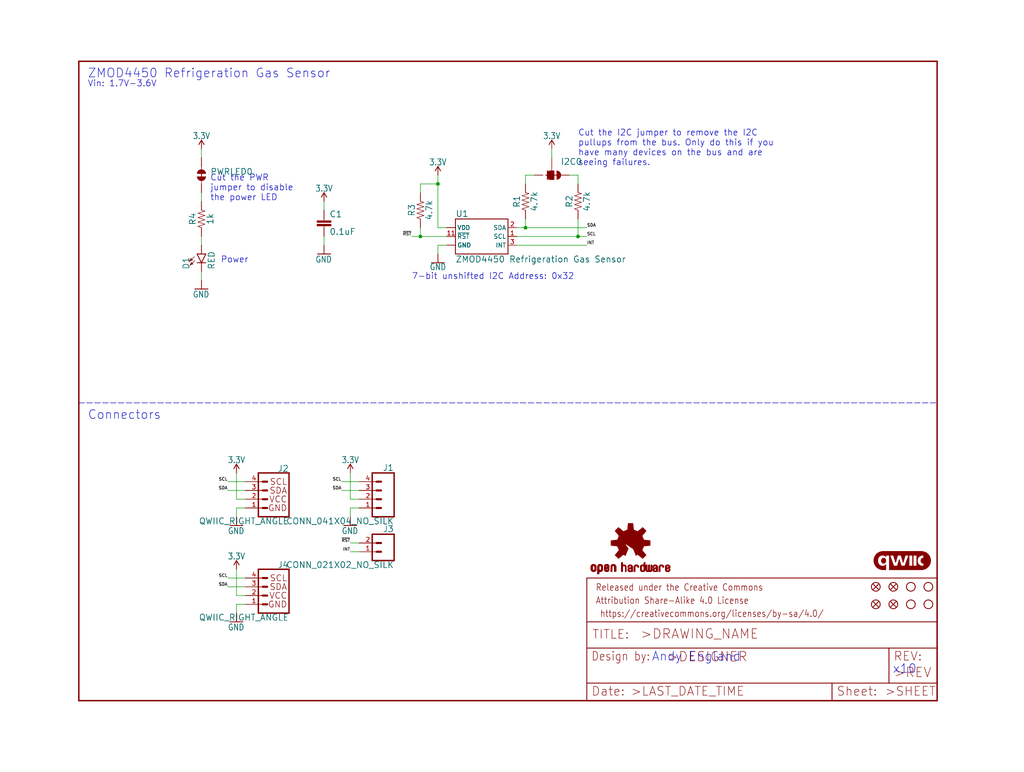
<source format=kicad_sch>
(kicad_sch (version 20211123) (generator eeschema)
  (paper "User" 297.002 223.926)
  (lib_symbols
    (symbol "eagleSchem-eagle-import:0.1UF-0603-25V-(+80{slash}-20%)"
      (property "Reference" "C" (at 1.524 2.921 0))
      (property "Value" "0.1UF-0603-25V-(+80{slash}-20%)" (at 1.524 -2.159 0))
      (symbol "0.1UF-0603-25V-(+80{slash}-20%)_1_0"
        (pin passive line (at 0 5.08 270) (length 2.54) (name "1") (number "1"))
        (pin passive line (at 0 -2.54 90) (length 2.54) (name "2") (number "2"))
      )
    )
    (symbol "eagleSchem-eagle-import:1KOHM-0603-1{slash}10W-1%"
      (property "Reference" "R" (at 0 1.524 0))
      (property "Value" "1KOHM-0603-1{slash}10W-1%" (at 0 -1.524 0))
      (symbol "1KOHM-0603-1{slash}10W-1%_1_0"
        (pin passive line (at -5.08 0 0) (length 2.54) (name "1") (number "1"))
        (pin passive line (at 5.08 0 180) (length 2.54) (name "2") (number "2"))
      )
    )
    (symbol "eagleSchem-eagle-import:3.3V" (power)
      (property "Value" "3.3V" (at 0 2.794 0))
      (symbol "3.3V_1_0"
        (pin power_in line (at 0 0 90) (length 2.54) (name "3.3V") (number "1"))
      )
    )
    (symbol "eagleSchem-eagle-import:4.7KOHM-0603-1{slash}10W-1%"
      (property "Reference" "R" (at 0 1.524 0))
      (property "Value" "4.7KOHM-0603-1{slash}10W-1%" (at 0 -1.524 0))
      (symbol "4.7KOHM-0603-1{slash}10W-1%_1_0"
        (pin passive line (at -5.08 0 0) (length 2.54) (name "1") (number "1"))
        (pin passive line (at 5.08 0 180) (length 2.54) (name "2") (number "2"))
      )
    )
    (symbol "eagleSchem-eagle-import:CONN_021X02_NO_SILK"
      (property "Reference" "J" (at -2.54 5.588 0))
      (property "Value" "CONN_021X02_NO_SILK" (at -2.54 -4.826 0))
      (symbol "CONN_021X02_NO_SILK_1_0"
        (pin passive line (at 7.62 0 180) (length 5.08) (name "1") (number "1"))
        (pin passive line (at 7.62 2.54 180) (length 5.08) (name "2") (number "2"))
      )
    )
    (symbol "eagleSchem-eagle-import:CONN_041X04_NO_SILK"
      (property "Reference" "J" (at -5.08 8.128 0))
      (property "Value" "CONN_041X04_NO_SILK" (at -5.08 -7.366 0))
      (symbol "CONN_041X04_NO_SILK_1_0"
        (pin passive line (at 5.08 -2.54 180) (length 5.08) (name "1") (number "1"))
        (pin passive line (at 5.08 0 180) (length 5.08) (name "2") (number "2"))
        (pin passive line (at 5.08 2.54 180) (length 5.08) (name "3") (number "3"))
        (pin passive line (at 5.08 5.08 180) (length 5.08) (name "4") (number "4"))
      )
    )
    (symbol "eagleSchem-eagle-import:FIDUCIALUFIDUCIAL")
    (symbol "eagleSchem-eagle-import:FRAME-LETTER"
      (symbol "FRAME-LETTER_2_0"
        (text " https://creativecommons.org/licenses/by-sa/4.0/" (at 2.54 24.13 0) (effects (font (size 1.9304 1.6408)) (justify left bottom)))
        (text ">DESIGNER" (at 23.114 11.176 0) (effects (font (size 2.7432 2.7432)) (justify left bottom)))
        (text ">DRAWING_NAME" (at 15.494 17.78 0) (effects (font (size 2.7432 2.7432)) (justify left bottom)))
        (text ">LAST_DATE_TIME" (at 12.7 1.27 0) (effects (font (size 2.54 2.54)) (justify left bottom)))
        (text ">REV" (at 88.9 6.604 0) (effects (font (size 2.7432 2.7432)) (justify left bottom)))
        (text ">SHEET" (at 86.36 1.27 0) (effects (font (size 2.54 2.54)) (justify left bottom)))
        (text "Attribution Share-Alike 4.0 License" (at 2.54 27.94 0) (effects (font (size 1.9304 1.6408)) (justify left bottom)))
        (text "Date:" (at 1.27 1.27 0) (effects (font (size 2.54 2.54)) (justify left bottom)))
        (text "Design by:" (at 1.27 11.43 0) (effects (font (size 2.54 2.159)) (justify left bottom)))
        (text "Released under the Creative Commons" (at 2.54 31.75 0) (effects (font (size 1.9304 1.6408)) (justify left bottom)))
        (text "REV:" (at 88.9 11.43 0) (effects (font (size 2.54 2.54)) (justify left bottom)))
        (text "Sheet:" (at 72.39 1.27 0) (effects (font (size 2.54 2.54)) (justify left bottom)))
        (text "TITLE:" (at 1.524 17.78 0) (effects (font (size 2.54 2.54)) (justify left bottom)))
      )
    )
    (symbol "eagleSchem-eagle-import:GND" (power)
      (property "Value" "GND" (at -2.54 -2.54 0))
      (symbol "GND_1_0"
        (pin power_in line (at 0 2.54 270) (length 2.54) (name "GND") (number "1"))
      )
    )
    (symbol "eagleSchem-eagle-import:JUMPER-SMT_2_NC_TRACE_SILK"
      (property "Reference" "JP" (at -2.54 2.54 0))
      (property "Value" "JUMPER-SMT_2_NC_TRACE_SILK" (at -2.54 -2.54 0))
      (symbol "JUMPER-SMT_2_NC_TRACE_SILK_1_0"
        (pin passive line (at -5.08 0 0) (length 2.54) (name "1") (number "1"))
        (pin passive line (at 5.08 0 180) (length 2.54) (name "2") (number "2"))
      )
    )
    (symbol "eagleSchem-eagle-import:JUMPER-SMT_3_2-NC_TRACE_SILK"
      (property "Reference" "JP" (at 2.54 0.381 0))
      (property "Value" "JUMPER-SMT_3_2-NC_TRACE_SILK" (at 2.54 -0.381 0))
      (symbol "JUMPER-SMT_3_2-NC_TRACE_SILK_1_0"
        (pin passive line (at 0 5.08 270) (length 2.54) (name "1") (number "1"))
        (pin passive line (at -5.08 0 0) (length 2.54) (name "2") (number "2"))
        (pin passive line (at 0 -5.08 90) (length 2.54) (name "3") (number "3"))
      )
    )
    (symbol "eagleSchem-eagle-import:LED-RED0603"
      (property "Reference" "D" (at -3.429 -4.572 90))
      (property "Value" "LED-RED0603" (at 1.905 -4.572 90))
      (symbol "LED-RED0603_1_0"
        (pin passive line (at 0 2.54 270) (length 2.54) (name "A") (number "A"))
        (pin passive line (at 0 -5.08 90) (length 2.54) (name "C") (number "C"))
      )
    )
    (symbol "eagleSchem-eagle-import:OSHW-LOGOS")
    (symbol "eagleSchem-eagle-import:QWIIC_CONNECTORJS-1MM"
      (property "Reference" "J" (at -5.08 7.874 0))
      (property "Value" "QWIIC_CONNECTORJS-1MM" (at -5.08 -5.334 0))
      (symbol "QWIIC_CONNECTORJS-1MM_1_0"
        (text "GND" (at -4.572 -2.54 0) (effects (font (size 1.778 1.778)) (justify left)))
        (text "SCL" (at -4.572 5.08 0) (effects (font (size 1.778 1.778)) (justify left)))
        (text "SDA" (at -4.572 2.54 0) (effects (font (size 1.778 1.778)) (justify left)))
        (text "VCC" (at -4.572 0 0) (effects (font (size 1.778 1.778)) (justify left)))
        (pin power_in line (at 7.62 -2.54 180) (length 5.08) (name "1") (number "1"))
        (pin power_in line (at 7.62 0 180) (length 5.08) (name "2") (number "2"))
        (pin passive line (at 7.62 2.54 180) (length 5.08) (name "3") (number "3"))
        (pin passive line (at 7.62 5.08 180) (length 5.08) (name "4") (number "4"))
      )
    )
    (symbol "eagleSchem-eagle-import:QWIIC_LOGO_5MM")
    (symbol "eagleSchem-eagle-import:STAND-OFF")
    (symbol "eagleSchem-eagle-import:ZMOD4450"
      (property "Reference" "U" (at -7.62 5.588 0))
      (property "Value" "ZMOD4450" (at -7.62 -7.62 0))
      (symbol "ZMOD4450_1_0"
        (pin bidirectional line (at 10.16 0 180) (length 2.54) (name "SCL") (number "1"))
        (pin bidirectional line (at -10.16 2.54 0) (length 2.54) (name "VDD") (number "10"))
        (pin bidirectional line (at -10.16 0 0) (length 2.54) (name "~{RST}") (number "11"))
        (pin bidirectional line (at -10.16 2.54 0) (length 2.54) (name "VDD") (number "12"))
        (pin bidirectional line (at 10.16 2.54 180) (length 2.54) (name "SDA") (number "2"))
        (pin bidirectional line (at 10.16 -2.54 180) (length 2.54) (name "INT") (number "3"))
        (pin bidirectional line (at -10.16 2.54 0) (length 2.54) (name "VDD") (number "5"))
        (pin bidirectional line (at -10.16 -2.54 0) (length 2.54) (name "GND") (number "6"))
        (pin bidirectional line (at -10.16 -2.54 0) (length 2.54) (name "GND") (number "7"))
        (pin bidirectional line (at -10.16 -2.54 0) (length 2.54) (name "GND") (number "9"))
      )
    )
  )
  (junction (at 152.4 66.04))
  (junction (at 127 53.34))
  (junction (at 167.64 68.58))
  (junction (at 121.92 68.58))
  (wire (pts (xy 93.98 60.96) (xy 93.98 58.42)))
  (wire (pts (xy 167.64 63.5) (xy 167.64 68.58)))
  (wire (pts (xy 167.64 68.58) (xy 170.18 68.58)))
  (wire (pts (xy 68.58 172.72) (xy 68.58 165.1)))
  (wire (pts (xy 104.14 160.02) (xy 101.6 160.02)))
  (wire (pts (xy 149.86 71.12) (xy 170.18 71.12)))
  (wire (pts (xy 71.12 139.7) (xy 66.04 139.7)))
  (wire (pts (xy 58.42 55.88) (xy 58.42 58.42)))
  (wire (pts (xy 127 71.12) (xy 127 73.66)))
  (polyline (pts (xy 22.86 116.84) (xy 271.78 116.84)))
  (wire (pts (xy 58.42 81.28) (xy 58.42 78.74)))
  (wire (pts (xy 104.14 157.48) (xy 101.6 157.48)))
  (wire (pts (xy 129.54 71.12) (xy 127 71.12)))
  (wire (pts (xy 104.14 142.24) (xy 99.06 142.24)))
  (wire (pts (xy 104.14 144.78) (xy 101.6 144.78)))
  (wire (pts (xy 121.92 68.58) (xy 129.54 68.58)))
  (wire (pts (xy 152.4 50.8) (xy 154.94 50.8)))
  (wire (pts (xy 71.12 147.32) (xy 68.58 147.32)))
  (wire (pts (xy 129.54 66.04) (xy 127 66.04)))
  (wire (pts (xy 68.58 175.26) (xy 68.58 177.8)))
  (wire (pts (xy 149.86 66.04) (xy 152.4 66.04)))
  (wire (pts (xy 152.4 66.04) (xy 170.18 66.04)))
  (wire (pts (xy 121.92 53.34) (xy 127 53.34)))
  (wire (pts (xy 121.92 55.88) (xy 121.92 53.34)))
  (wire (pts (xy 104.14 139.7) (xy 99.06 139.7)))
  (wire (pts (xy 127 53.34) (xy 127 50.8)))
  (wire (pts (xy 127 66.04) (xy 127 53.34)))
  (wire (pts (xy 71.12 142.24) (xy 66.04 142.24)))
  (wire (pts (xy 165.1 50.8) (xy 167.64 50.8)))
  (wire (pts (xy 58.42 71.12) (xy 58.42 68.58)))
  (wire (pts (xy 101.6 147.32) (xy 101.6 149.86)))
  (wire (pts (xy 104.14 147.32) (xy 101.6 147.32)))
  (wire (pts (xy 68.58 144.78) (xy 68.58 137.16)))
  (wire (pts (xy 93.98 71.12) (xy 93.98 68.58)))
  (wire (pts (xy 121.92 66.04) (xy 121.92 68.58)))
  (wire (pts (xy 71.12 172.72) (xy 68.58 172.72)))
  (wire (pts (xy 68.58 147.32) (xy 68.58 149.86)))
  (wire (pts (xy 71.12 167.64) (xy 66.04 167.64)))
  (wire (pts (xy 121.92 68.58) (xy 119.38 68.58)))
  (wire (pts (xy 160.02 43.18) (xy 160.02 45.72)))
  (wire (pts (xy 58.42 43.18) (xy 58.42 45.72)))
  (wire (pts (xy 71.12 170.18) (xy 66.04 170.18)))
  (wire (pts (xy 149.86 68.58) (xy 167.64 68.58)))
  (wire (pts (xy 152.4 53.34) (xy 152.4 50.8)))
  (wire (pts (xy 152.4 63.5) (xy 152.4 66.04)))
  (wire (pts (xy 71.12 144.78) (xy 68.58 144.78)))
  (wire (pts (xy 71.12 175.26) (xy 68.58 175.26)))
  (wire (pts (xy 101.6 144.78) (xy 101.6 137.16)))
  (wire (pts (xy 167.64 50.8) (xy 167.64 53.34)))
  (text "Connectors" (at 25.4 121.92 180) (effects (font (size 2.54 2.54)) (justify left bottom)))
  (text "Vin: 1.7V-3.6V" (at 25.4 25.4 180) (effects (font (size 1.778 1.778)) (justify left bottom)))
  (text "Cut the I2C jumper to remove the I2C\npullups from the bus. Only do this if you\nhave many devices on the bus and are\nseeing failures." (at 167.64 48.26 0) (effects (font (size 1.778 1.778)) (justify left bottom)))
  (text "x10" (at 258.826 195.58 180) (effects (font (size 2.54 2.54)) (justify left bottom)))
  (text "Power" (at 64.008 76.454 180) (effects (font (size 1.778 1.778)) (justify left bottom)))
  (text "Andy England" (at 188.976 192.024 180) (effects (font (size 2.54 2.54)) (justify left bottom)))
  (text "ZMOD4450 Refrigeration Gas Sensor" (at 25.4 22.86 180) (effects (font (size 2.54 2.54)) (justify left bottom)))
  (text "Cut the PWR\njumper to disable\nthe power LED" (at 60.96 58.42 180) (effects (font (size 1.778 1.778)) (justify left bottom)))
  (text "7-bit unshifted I2C Address: 0x32" (at 119.38 81.28 180) (effects (font (size 1.778 1.778)) (justify left bottom)))
  (label "INT" (at 170.18 71.12 0) (effects (font (size 0.889 0.889))))
  (label "SCL" (at 66.04 167.64 180) (effects (font (size 0.889 0.889))))
  (label "SDA" (at 99.06 142.24 180) (effects (font (size 0.889 0.889))))
  (label "SCL" (at 66.04 139.7 180) (effects (font (size 0.889 0.889))))
  (label "~{RST}" (at 101.6 157.48 180) (effects (font (size 0.889 0.889))))
  (label "~{RST}" (at 119.38 68.58 180) (effects (font (size 0.889 0.889))))
  (label "SCL" (at 170.18 68.58 0) (effects (font (size 0.889 0.889))))
  (label "SDA" (at 170.18 66.04 0) (effects (font (size 0.889 0.889))))
  (label "SDA" (at 66.04 170.18 180) (effects (font (size 0.889 0.889))))
  (label "INT" (at 101.6 160.02 180) (effects (font (size 0.889 0.889))))
  (label "SDA" (at 66.04 142.24 180) (effects (font (size 0.889 0.889))))
  (label "SCL" (at 99.06 139.7 180) (effects (font (size 0.889 0.889))))
  (symbol (lib_id "eagleSchem-eagle-import:3.3V") (at 160.02 43.18 0) (unit 1)
    (property "Reference" "#SUPPLY2" (effects hide))
    (property "Value" "3.3V" (at 160.02 40.386 0) (effects (font (size 1.778 1.5113)) (justify bottom)))
    (property "Footprint" "eagleSchem:" (effects hide))
  )
  (symbol (lib_id "eagleSchem-eagle-import:1KOHM-0603-1{slash}10W-1%") (at 58.42 63.5 90) (unit 1)
    (property "Reference" "R4" (at 56.896 63.5 0) (effects (font (size 1.778 1.778)) (justify bottom)))
    (property "Value" "1k" (at 59.944 63.5 0) (effects (font (size 1.778 1.778)) (justify top)))
    (property "Footprint" "eagleSchem:0603" (effects hide))
  )
  (symbol (lib_id "eagleSchem-eagle-import:FIDUCIALUFIDUCIAL") (at 254 175.26 0) (unit 1)
    (property "Reference" "FD3" (effects hide))
    (property "Value" "FIDUCIALUFIDUCIAL" (effects hide))
    (property "Footprint" "eagleSchem:FIDUCIAL-MICRO" (effects hide))
  )
  (symbol (lib_id "eagleSchem-eagle-import:STAND-OFF") (at 269.24 170.18 0) (unit 1)
    (property "Reference" "H1" (effects hide))
    (property "Value" "STAND-OFF" (effects hide))
    (property "Footprint" "eagleSchem:STAND-OFF" (effects hide))
  )
  (symbol (lib_id "eagleSchem-eagle-import:3.3V") (at 101.6 137.16 0) (unit 1)
    (property "Reference" "#SUPPLY7" (effects hide))
    (property "Value" "3.3V" (at 101.6 134.366 0) (effects (font (size 1.778 1.5113)) (justify bottom)))
    (property "Footprint" "eagleSchem:" (effects hide))
  )
  (symbol (lib_id "eagleSchem-eagle-import:QWIIC_CONNECTORJS-1MM") (at 78.74 144.78 0) (mirror y) (unit 1)
    (property "Reference" "J2" (at 83.82 136.906 0) (effects (font (size 1.778 1.778)) (justify left bottom)))
    (property "Value" "QWIIC_RIGHT_ANGLE" (at 83.82 150.114 0) (effects (font (size 1.778 1.778)) (justify left top)))
    (property "Footprint" "eagleSchem:JST04_1MM_RA" (effects hide))
  )
  (symbol (lib_id "eagleSchem-eagle-import:GND") (at 58.42 83.82 0) (unit 1)
    (property "Reference" "#GND3" (effects hide))
    (property "Value" "GND" (at 55.88 86.36 0) (effects (font (size 1.778 1.5113)) (justify left bottom)))
    (property "Footprint" "eagleSchem:" (effects hide))
  )
  (symbol (lib_id "eagleSchem-eagle-import:FIDUCIALUFIDUCIAL") (at 259.08 175.26 0) (unit 1)
    (property "Reference" "FD4" (effects hide))
    (property "Value" "FIDUCIALUFIDUCIAL" (effects hide))
    (property "Footprint" "eagleSchem:FIDUCIAL-MICRO" (effects hide))
  )
  (symbol (lib_id "eagleSchem-eagle-import:STAND-OFF") (at 264.16 170.18 0) (unit 1)
    (property "Reference" "H2" (effects hide))
    (property "Value" "STAND-OFF" (effects hide))
    (property "Footprint" "eagleSchem:STAND-OFF" (effects hide))
  )
  (symbol (lib_id "eagleSchem-eagle-import:ZMOD4450") (at 139.7 68.58 0) (unit 1)
    (property "Reference" "U1" (at 132.08 62.992 0) (effects (font (size 1.778 1.778)) (justify left bottom)))
    (property "Value" "ZMOD4450 Refrigeration Gas Sensor" (at 132.08 76.2 0) (effects (font (size 1.778 1.778)) (justify left bottom)))
    (property "Footprint" "eagleSchem:LGA-12-3X3" (effects hide))
  )
  (symbol (lib_id "eagleSchem-eagle-import:FIDUCIALUFIDUCIAL") (at 259.08 170.18 0) (unit 1)
    (property "Reference" "FD1" (effects hide))
    (property "Value" "FIDUCIALUFIDUCIAL" (effects hide))
    (property "Footprint" "eagleSchem:FIDUCIAL-MICRO" (effects hide))
  )
  (symbol (lib_id "eagleSchem-eagle-import:3.3V") (at 68.58 137.16 0) (unit 1)
    (property "Reference" "#SUPPLY4" (effects hide))
    (property "Value" "3.3V" (at 68.58 134.366 0) (effects (font (size 1.778 1.5113)) (justify bottom)))
    (property "Footprint" "eagleSchem:" (effects hide))
  )
  (symbol (lib_id "eagleSchem-eagle-import:GND") (at 127 76.2 0) (unit 1)
    (property "Reference" "#GND1" (effects hide))
    (property "Value" "GND" (at 127 76.454 0) (effects (font (size 1.778 1.5113)) (justify top)))
    (property "Footprint" "eagleSchem:" (effects hide))
  )
  (symbol (lib_id "eagleSchem-eagle-import:GND") (at 68.58 152.4 0) (unit 1)
    (property "Reference" "#GND6" (effects hide))
    (property "Value" "GND" (at 66.04 154.94 0) (effects (font (size 1.778 1.5113)) (justify left bottom)))
    (property "Footprint" "eagleSchem:" (effects hide))
  )
  (symbol (lib_id "eagleSchem-eagle-import:4.7KOHM-0603-1{slash}10W-1%") (at 152.4 58.42 90) (unit 1)
    (property "Reference" "R1" (at 150.876 58.42 0) (effects (font (size 1.778 1.778)) (justify bottom)))
    (property "Value" "4.7k" (at 153.924 58.42 0) (effects (font (size 1.778 1.778)) (justify top)))
    (property "Footprint" "eagleSchem:0603" (effects hide))
  )
  (symbol (lib_id "eagleSchem-eagle-import:OSHW-LOGOS") (at 182.88 157.48 0) (unit 1)
    (property "Reference" "LOGO1" (effects hide))
    (property "Value" "OSHW-LOGOS" (effects hide))
    (property "Footprint" "eagleSchem:OSHW-LOGO-S" (effects hide))
  )
  (symbol (lib_id "eagleSchem-eagle-import:FRAME-LETTER") (at 170.18 203.2 0) (unit 2)
    (property "Reference" "FRAME1" (effects hide))
    (property "Value" "FRAME-LETTER" (effects hide))
    (property "Footprint" "eagleSchem:CREATIVE_COMMONS" (effects hide))
  )
  (symbol (lib_id "eagleSchem-eagle-import:QWIIC_CONNECTORJS-1MM") (at 78.74 172.72 0) (mirror y) (unit 1)
    (property "Reference" "J4" (at 83.82 164.846 0) (effects (font (size 1.778 1.778)) (justify left bottom)))
    (property "Value" "QWIIC_RIGHT_ANGLE" (at 83.82 178.054 0) (effects (font (size 1.778 1.778)) (justify left top)))
    (property "Footprint" "eagleSchem:JST04_1MM_RA" (effects hide))
  )
  (symbol (lib_id "eagleSchem-eagle-import:GND") (at 68.58 180.34 0) (unit 1)
    (property "Reference" "#GND8" (effects hide))
    (property "Value" "GND" (at 66.04 182.88 0) (effects (font (size 1.778 1.5113)) (justify left bottom)))
    (property "Footprint" "eagleSchem:" (effects hide))
  )
  (symbol (lib_id "eagleSchem-eagle-import:0.1UF-0603-25V-(+80{slash}-20%)") (at 93.98 66.04 0) (unit 1)
    (property "Reference" "C1" (at 95.504 63.119 0) (effects (font (size 1.778 1.778)) (justify left bottom)))
    (property "Value" "0.1uF" (at 95.504 68.199 0) (effects (font (size 1.778 1.778)) (justify left bottom)))
    (property "Footprint" "eagleSchem:0603" (effects hide))
  )
  (symbol (lib_id "eagleSchem-eagle-import:3.3V") (at 68.58 165.1 0) (unit 1)
    (property "Reference" "#SUPPLY8" (effects hide))
    (property "Value" "3.3V" (at 68.58 162.306 0) (effects (font (size 1.778 1.5113)) (justify bottom)))
    (property "Footprint" "eagleSchem:" (effects hide))
  )
  (symbol (lib_id "eagleSchem-eagle-import:3.3V") (at 93.98 58.42 0) (unit 1)
    (property "Reference" "#SUPPLY3" (effects hide))
    (property "Value" "3.3V" (at 93.98 55.626 0) (effects (font (size 1.778 1.5113)) (justify bottom)))
    (property "Footprint" "eagleSchem:" (effects hide))
  )
  (symbol (lib_id "eagleSchem-eagle-import:4.7KOHM-0603-1{slash}10W-1%") (at 167.64 58.42 90) (unit 1)
    (property "Reference" "R2" (at 166.116 58.42 0) (effects (font (size 1.778 1.778)) (justify bottom)))
    (property "Value" "4.7k" (at 169.164 58.42 0) (effects (font (size 1.778 1.778)) (justify top)))
    (property "Footprint" "eagleSchem:0603" (effects hide))
  )
  (symbol (lib_id "eagleSchem-eagle-import:LED-RED0603") (at 58.42 73.66 0) (unit 1)
    (property "Reference" "D1" (at 54.991 78.232 90) (effects (font (size 1.778 1.778)) (justify left bottom)))
    (property "Value" "RED" (at 60.325 78.232 90) (effects (font (size 1.778 1.778)) (justify left top)))
    (property "Footprint" "eagleSchem:LED-0603" (effects hide))
  )
  (symbol (lib_id "eagleSchem-eagle-import:QWIIC_LOGO_5MM") (at 261.62 162.56 0) (unit 1)
    (property "Reference" "LOGO2" (effects hide))
    (property "Value" "QWIIC_LOGO_5MM" (effects hide))
    (property "Footprint" "eagleSchem:QWIIC_5MM" (effects hide))
  )
  (symbol (lib_id "eagleSchem-eagle-import:GND") (at 93.98 73.66 0) (unit 1)
    (property "Reference" "#GND2" (effects hide))
    (property "Value" "GND" (at 91.44 76.2 0) (effects (font (size 1.778 1.5113)) (justify left bottom)))
    (property "Footprint" "eagleSchem:" (effects hide))
  )
  (symbol (lib_id "eagleSchem-eagle-import:STAND-OFF") (at 269.24 175.26 0) (unit 1)
    (property "Reference" "H4" (effects hide))
    (property "Value" "STAND-OFF" (effects hide))
    (property "Footprint" "eagleSchem:STAND-OFF" (effects hide))
  )
  (symbol (lib_id "eagleSchem-eagle-import:3.3V") (at 127 50.8 0) (unit 1)
    (property "Reference" "#SUPPLY1" (effects hide))
    (property "Value" "3.3V" (at 127 48.006 0) (effects (font (size 1.778 1.5113)) (justify bottom)))
    (property "Footprint" "eagleSchem:" (effects hide))
  )
  (symbol (lib_id "eagleSchem-eagle-import:STAND-OFF") (at 264.16 175.26 0) (unit 1)
    (property "Reference" "H3" (effects hide))
    (property "Value" "STAND-OFF" (effects hide))
    (property "Footprint" "eagleSchem:STAND-OFF" (effects hide))
  )
  (symbol (lib_id "eagleSchem-eagle-import:CONN_021X02_NO_SILK") (at 111.76 160.02 0) (mirror y) (unit 1)
    (property "Reference" "J3" (at 114.3 154.432 0) (effects (font (size 1.778 1.778)) (justify left bottom)))
    (property "Value" "CONN_021X02_NO_SILK" (at 114.3 164.846 0) (effects (font (size 1.778 1.778)) (justify left bottom)))
    (property "Footprint" "eagleSchem:1X02_NO_SILK" (effects hide))
  )
  (symbol (lib_id "eagleSchem-eagle-import:3.3V") (at 58.42 43.18 0) (unit 1)
    (property "Reference" "#SUPPLY10" (effects hide))
    (property "Value" "3.3V" (at 58.42 40.386 0) (effects (font (size 1.778 1.5113)) (justify bottom)))
    (property "Footprint" "eagleSchem:" (effects hide))
  )
  (symbol (lib_id "eagleSchem-eagle-import:JUMPER-SMT_2_NC_TRACE_SILK") (at 58.42 50.8 90) (unit 1)
    (property "Reference" "PWRLED0" (at 60.96 50.8 90) (effects (font (size 1.778 1.778)) (justify right top)))
    (property "Value" "JUMPER-SMT_2_NC_TRACE_SILK" (effects hide))
    (property "Footprint" "eagleSchem:SMT-JUMPER_2_NC_TRACE_SILK" (effects hide))
  )
  (symbol (lib_id "eagleSchem-eagle-import:CONN_041X04_NO_SILK") (at 109.22 144.78 0) (mirror y) (unit 1)
    (property "Reference" "J1" (at 114.3 136.652 0) (effects (font (size 1.778 1.778)) (justify left bottom)))
    (property "Value" "CONN_041X04_NO_SILK" (at 114.3 152.146 0) (effects (font (size 1.778 1.778)) (justify left bottom)))
    (property "Footprint" "eagleSchem:1X04_NO_SILK" (effects hide))
  )
  (symbol (lib_id "eagleSchem-eagle-import:JUMPER-SMT_3_2-NC_TRACE_SILK") (at 160.02 50.8 270) (unit 1)
    (property "Reference" "I2C0" (at 162.56 47.879 90) (effects (font (size 1.778 1.778)) (justify left bottom)))
    (property "Value" "JUMPER-SMT_3_2-NC_TRACE_SILK" (effects hide))
    (property "Footprint" "eagleSchem:SMT-JUMPER_3_2-NC_TRACE_SILK" (effects hide))
  )
  (symbol (lib_id "eagleSchem-eagle-import:FRAME-LETTER") (at 22.86 203.2 0) (unit 1)
    (property "Reference" "FRAME1" (effects hide))
    (property "Value" "FRAME-LETTER" (effects hide))
    (property "Footprint" "eagleSchem:CREATIVE_COMMONS" (effects hide))
  )
  (symbol (lib_id "eagleSchem-eagle-import:4.7KOHM-0603-1{slash}10W-1%") (at 121.92 60.96 90) (unit 1)
    (property "Reference" "R3" (at 120.396 60.96 0) (effects (font (size 1.778 1.778)) (justify bottom)))
    (property "Value" "4.7k" (at 123.444 60.96 0) (effects (font (size 1.778 1.778)) (justify top)))
    (property "Footprint" "eagleSchem:0603" (effects hide))
  )
  (symbol (lib_id "eagleSchem-eagle-import:GND") (at 101.6 152.4 0) (unit 1)
    (property "Reference" "#GND7" (effects hide))
    (property "Value" "GND" (at 99.06 154.94 0) (effects (font (size 1.778 1.5113)) (justify left bottom)))
    (property "Footprint" "eagleSchem:" (effects hide))
  )
  (symbol (lib_id "eagleSchem-eagle-import:FIDUCIALUFIDUCIAL") (at 254 170.18 0) (unit 1)
    (property "Reference" "FD2" (effects hide))
    (property "Value" "FIDUCIALUFIDUCIAL" (effects hide))
    (property "Footprint" "eagleSchem:FIDUCIAL-MICRO" (effects hide))
  )
)
</source>
